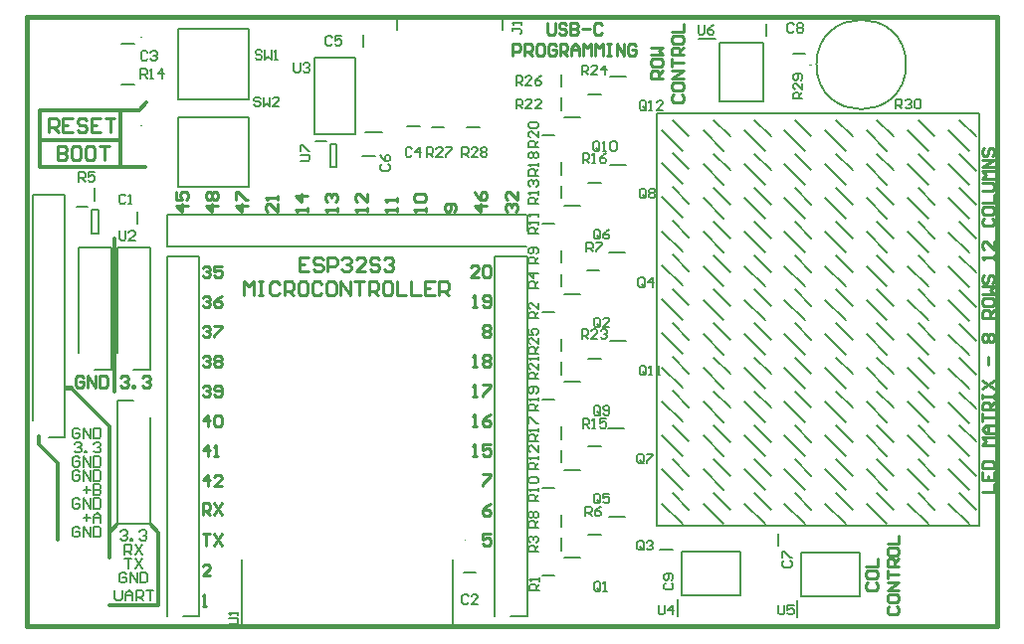
<source format=gto>
G04*
G04 #@! TF.GenerationSoftware,Altium Limited,Altium Designer,25.1.2 (22)*
G04*
G04 Layer_Color=65535*
%FSLAX25Y25*%
%MOIN*%
G70*
G04*
G04 #@! TF.SameCoordinates,9731B79D-0BF3-49C4-8AD9-4CBC44B71680*
G04*
G04*
G04 #@! TF.FilePolarity,Positive*
G04*
G01*
G75*
%ADD10C,0.00394*%
%ADD11C,0.00787*%
%ADD12C,0.01181*%
%ADD13C,0.01575*%
%ADD14C,0.01002*%
%ADD15C,0.01000*%
D10*
X247957Y129528D02*
G03*
X247563Y129528I-197J0D01*
G01*
D02*
G03*
X247957Y129528I197J0D01*
G01*
X363386Y289213D02*
X362992D01*
X363386D01*
X138976Y268701D02*
G03*
X139370Y268701I197J0D01*
G01*
D02*
G03*
X138976Y268701I-197J0D01*
G01*
Y298228D02*
G03*
X139370Y298228I197J0D01*
G01*
D02*
G03*
X138976Y298228I-197J0D01*
G01*
X256520Y275126D02*
G03*
X256520Y275520I0J197D01*
G01*
D02*
G03*
X256520Y275126I0J-197D01*
G01*
D11*
X395315Y289213D02*
G03*
X395315Y289213I-15000J0D01*
G01*
X172760Y100591D02*
Y123228D01*
Y100591D02*
X243626D01*
Y123228D01*
X295768Y137539D02*
X301083D01*
X311811Y272835D02*
X419685D01*
X311811D02*
X311811Y134646D01*
X419685D01*
Y272835D01*
X325787Y297835D02*
X331496D01*
X332874Y276772D02*
Y296457D01*
Y276772D02*
X347441D01*
Y296457D01*
X332874D02*
X347441D01*
X348425Y298721D02*
Y302854D01*
X357382Y292913D02*
X361516D01*
X122539Y240551D02*
X124705D01*
Y232677D02*
Y240551D01*
X122539Y232677D02*
X124705D01*
X122539D02*
Y240551D01*
X117421Y241437D02*
X121161D01*
X123622Y243602D02*
Y247736D01*
X137795Y235728D02*
Y239862D01*
X132579Y296063D02*
X136713D01*
X132579Y282677D02*
X136713D01*
X151575Y248031D02*
Y271654D01*
Y248031D02*
X175197D01*
Y271654D01*
X151575D02*
X175197D01*
X151575Y277559D02*
Y301181D01*
Y277559D02*
X175197D01*
Y301181D01*
X151575D02*
X175197D01*
X213386Y295177D02*
Y299311D01*
X197039Y265937D02*
X210835D01*
X197039D02*
Y291543D01*
X210835D01*
Y265937D02*
Y291543D01*
X214075Y266476D02*
X219783D01*
X202461Y262598D02*
X204626D01*
Y254724D02*
Y262598D01*
X202461Y254724D02*
X204626D01*
X202461D02*
Y262598D01*
X197343Y263484D02*
X201083D01*
X213287Y258661D02*
X217421D01*
X248327Y268110D02*
X252461D01*
X236516D02*
X240650D01*
X228248Y268504D02*
X232382D01*
X279921Y281791D02*
Y285925D01*
X279921Y273917D02*
Y278051D01*
X288878Y279134D02*
X293012D01*
X296161Y285177D02*
X301476D01*
X280807Y271398D02*
X286122D01*
X273524Y265354D02*
X277658D01*
X279921Y252264D02*
Y256398D01*
X288878Y249606D02*
X293012D01*
X279921Y244390D02*
Y248524D01*
X273524Y235827D02*
X277658D01*
X296161Y255650D02*
X301476D01*
X280807Y241870D02*
X286122D01*
X279921Y222736D02*
Y226870D01*
X288484Y220079D02*
X292618D01*
X279921Y214862D02*
Y218996D01*
X273524Y206299D02*
X277658D01*
X260118Y300787D02*
Y305512D01*
X224921D02*
X260118D01*
X224921Y300787D02*
Y305512D01*
X142008Y135197D02*
Y170787D01*
X131220Y135197D02*
X142008D01*
X131220D02*
Y176378D01*
X136614D01*
X131220Y192362D02*
Y227953D01*
X142008D01*
Y186772D02*
Y227953D01*
X136614Y186772D02*
X142008D01*
X295768Y226122D02*
X301083D01*
X280807Y212343D02*
X286122D01*
X279921Y185335D02*
Y189469D01*
Y193209D02*
Y197343D01*
X288878Y190551D02*
X293012D01*
X296161Y196595D02*
X301476D01*
X280807Y182815D02*
X286122D01*
X273524Y176772D02*
X277658D01*
X279921Y163681D02*
Y167815D01*
X288878Y161024D02*
X293012D01*
X295374Y167067D02*
X300689D01*
X280807Y153287D02*
X286122D01*
X279921Y155807D02*
Y159941D01*
X273524Y147244D02*
X277658D01*
X288878Y131496D02*
X293012D01*
X279921Y134153D02*
Y138287D01*
Y126279D02*
Y130413D01*
X280807Y123760D02*
X286122D01*
X273524Y117717D02*
X277658D01*
X360236Y110827D02*
Y125394D01*
X379921D01*
Y110827D02*
Y125394D01*
X360236Y110827D02*
X379921D01*
X358858Y103740D02*
Y109449D01*
X352362Y127854D02*
Y131988D01*
X320099Y111130D02*
Y125697D01*
X339784D01*
Y111130D02*
Y125697D01*
X320099Y111130D02*
X339784D01*
X318721Y104043D02*
Y109752D01*
X312894Y126378D02*
X317028D01*
X247146Y118898D02*
X251279D01*
X147756Y238858D02*
X268256Y238858D01*
X147756Y228071D02*
X268256Y228071D01*
X268347Y233465D02*
Y238858D01*
X147756Y230768D02*
Y236161D01*
Y228071D02*
Y230768D01*
Y236161D02*
Y238858D01*
X158543Y224843D02*
X158543Y104342D01*
X147756Y224843D02*
X147756Y104342D01*
X153150Y104252D02*
X158543D01*
X150453Y224843D02*
X155847D01*
X147756D02*
X150453D01*
X155847D02*
X158543D01*
X268386D02*
X268386Y104342D01*
X257598Y224843D02*
X257598Y104342D01*
X262992Y104252D02*
X268386D01*
X260295Y224843D02*
X265689D01*
X257598D02*
X260295D01*
X265689D02*
X268386D01*
X123622Y186772D02*
X129016D01*
Y227953D01*
X118228D02*
X129016D01*
X118228Y192362D02*
Y227953D01*
X108268Y164331D02*
X113661D01*
X102874Y169921D02*
Y245421D01*
X113661Y164331D02*
Y245421D01*
X102874D02*
X113661D01*
X413129Y270666D02*
X418697Y265098D01*
X409649Y267186D02*
X416539Y260296D01*
X413129Y259248D02*
X418697Y253680D01*
X409649Y255768D02*
X416539Y248878D01*
X413129Y247831D02*
X418697Y242263D01*
X409649Y244351D02*
X416539Y237461D01*
X413129Y236414D02*
X418697Y230846D01*
X409649Y232934D02*
X416539Y226044D01*
X413129Y224996D02*
X418697Y219428D01*
X409649Y221516D02*
X416539Y214626D01*
X413129Y213579D02*
X418697Y208011D01*
X409649Y210099D02*
X416539Y203209D01*
X413129Y202162D02*
X418697Y196594D01*
X409649Y198682D02*
X416539Y191792D01*
X413129Y190744D02*
X418697Y185177D01*
X409649Y187264D02*
X416539Y180374D01*
X413129Y179327D02*
X418697Y173759D01*
X409649Y175847D02*
X416539Y168957D01*
X413129Y168303D02*
X418697Y162736D01*
X409649Y164823D02*
X416539Y157933D01*
X413129Y156886D02*
X418697Y151318D01*
X409649Y153406D02*
X416539Y146516D01*
X413129Y145469D02*
X418697Y139901D01*
X409649Y141989D02*
X416539Y135099D01*
X399350Y270666D02*
X404917Y265098D01*
X395870Y267186D02*
X402760Y260296D01*
X399350Y259284D02*
X404917Y253716D01*
X395870Y255804D02*
X402760Y248914D01*
X399350Y247902D02*
X404917Y242335D01*
X395870Y244423D02*
X402760Y237532D01*
X399350Y236521D02*
X404917Y230953D01*
X395870Y233041D02*
X402760Y226151D01*
X399350Y225139D02*
X404917Y219572D01*
X395870Y221659D02*
X402760Y214769D01*
X399350Y213758D02*
X404917Y208190D01*
X395870Y210278D02*
X402760Y203388D01*
X399350Y202376D02*
X404917Y196809D01*
X395870Y198897D02*
X402760Y192006D01*
X399350Y190995D02*
X404917Y185427D01*
X395870Y187515D02*
X402760Y180625D01*
X399350Y179613D02*
X404917Y174046D01*
X395870Y176133D02*
X402760Y169243D01*
X399350Y168232D02*
X404917Y162664D01*
X395870Y164752D02*
X402760Y157862D01*
X399350Y156850D02*
X404917Y151282D01*
X395870Y153370D02*
X402760Y146480D01*
X399350Y145469D02*
X404917Y139901D01*
X395870Y141989D02*
X402760Y135099D01*
X385570Y270666D02*
X391138Y265098D01*
X382090Y267186D02*
X388981Y260296D01*
X385570Y259284D02*
X391138Y253716D01*
X382090Y255804D02*
X388981Y248914D01*
X385570Y247902D02*
X391138Y242335D01*
X382090Y244423D02*
X388981Y237532D01*
X385570Y236521D02*
X391138Y230953D01*
X382090Y233041D02*
X388981Y226151D01*
X385570Y225139D02*
X391138Y219572D01*
X382090Y221660D02*
X388981Y214769D01*
X385570Y213758D02*
X391138Y208190D01*
X382090Y210278D02*
X388981Y203388D01*
X385570Y202376D02*
X391138Y196809D01*
X382090Y198897D02*
X388981Y192006D01*
X385570Y190995D02*
X391138Y185427D01*
X382090Y187515D02*
X388981Y180625D01*
X385570Y179613D02*
X391138Y174046D01*
X382090Y176133D02*
X388981Y169243D01*
X385570Y168232D02*
X391138Y162664D01*
X382090Y164752D02*
X388981Y157862D01*
X385570Y156850D02*
X391138Y151283D01*
X382090Y153370D02*
X388981Y146480D01*
X385570Y145469D02*
X391138Y139901D01*
X382090Y141989D02*
X388981Y135099D01*
X371791Y270666D02*
X377358Y265098D01*
X368311Y267186D02*
X375201Y260296D01*
X371791Y259284D02*
X377358Y253716D01*
X368311Y255804D02*
X375201Y248914D01*
X371791Y247902D02*
X377358Y242335D01*
X368311Y244423D02*
X375201Y237532D01*
X371791Y236521D02*
X377358Y230953D01*
X368311Y233041D02*
X375201Y226151D01*
X371791Y225139D02*
X377358Y219572D01*
X368311Y221660D02*
X375201Y214769D01*
X371791Y213758D02*
X377358Y208190D01*
X368311Y210278D02*
X375201Y203388D01*
X371791Y202376D02*
X377358Y196809D01*
X368311Y198897D02*
X375201Y192006D01*
X371791Y190995D02*
X377358Y185427D01*
X368311Y187515D02*
X375201Y180625D01*
X371791Y179613D02*
X377358Y174046D01*
X368311Y176133D02*
X375201Y169243D01*
X371791Y168232D02*
X377358Y162664D01*
X368311Y164752D02*
X375201Y157862D01*
X371791Y156850D02*
X377358Y151283D01*
X368311Y153370D02*
X375201Y146480D01*
X371791Y145469D02*
X377358Y139901D01*
X368311Y141989D02*
X375201Y135099D01*
X358011Y270666D02*
X363579Y265098D01*
X354531Y267186D02*
X361421Y260296D01*
X358011Y259284D02*
X363579Y253716D01*
X354531Y255804D02*
X361421Y248914D01*
X358011Y247902D02*
X363579Y242335D01*
X354531Y244423D02*
X361421Y237532D01*
X358011Y236521D02*
X363579Y230953D01*
X354531Y233041D02*
X361421Y226151D01*
X358011Y225139D02*
X363579Y219572D01*
X354531Y221660D02*
X361421Y214769D01*
X358011Y213758D02*
X363579Y208190D01*
X354531Y210278D02*
X361421Y203388D01*
X358011Y202376D02*
X363579Y196809D01*
X354531Y198897D02*
X361421Y192006D01*
X358011Y190995D02*
X363579Y185427D01*
X354531Y187515D02*
X361421Y180625D01*
X358011Y179613D02*
X363579Y174046D01*
X354531Y176133D02*
X361421Y169243D01*
X358011Y168232D02*
X363579Y162664D01*
X354531Y164752D02*
X361421Y157862D01*
X358011Y156850D02*
X363579Y151283D01*
X354531Y153370D02*
X361421Y146480D01*
X358011Y145469D02*
X363579Y139901D01*
X354531Y141989D02*
X361421Y135099D01*
X344625Y270666D02*
X350193Y265098D01*
X341145Y267186D02*
X348036Y260296D01*
X344625Y259284D02*
X350193Y253716D01*
X341145Y255804D02*
X348036Y248914D01*
X344625Y247902D02*
X350193Y242335D01*
X341145Y244423D02*
X348036Y237532D01*
X344625Y236521D02*
X350193Y230953D01*
X341145Y233041D02*
X348036Y226151D01*
X344625Y225139D02*
X350193Y219572D01*
X341145Y221660D02*
X348036Y214769D01*
X344625Y213758D02*
X350193Y208190D01*
X341145Y210278D02*
X348036Y203388D01*
X344625Y202376D02*
X350193Y196809D01*
X341145Y198897D02*
X348036Y192006D01*
X344625Y190995D02*
X350193Y185427D01*
X341145Y187515D02*
X348036Y180625D01*
X344625Y179613D02*
X350193Y174046D01*
X341145Y176133D02*
X348036Y169243D01*
X344625Y168232D02*
X350193Y162664D01*
X341145Y164752D02*
X348036Y157862D01*
X344625Y156850D02*
X350193Y151283D01*
X341145Y153370D02*
X348036Y146480D01*
X344625Y145469D02*
X350193Y139901D01*
X341145Y141989D02*
X348036Y135099D01*
X330846Y270666D02*
X336414Y265098D01*
X327366Y267186D02*
X334256Y260296D01*
X330846Y259284D02*
X336414Y253716D01*
X327366Y255804D02*
X334256Y248914D01*
X330846Y247902D02*
X336414Y242335D01*
X327366Y244423D02*
X334256Y237532D01*
X330846Y236521D02*
X336414Y230953D01*
X327366Y233041D02*
X334256Y226151D01*
X330846Y225139D02*
X336414Y219572D01*
X327366Y221660D02*
X334256Y214769D01*
X330846Y213758D02*
X336414Y208190D01*
X327366Y210278D02*
X334256Y203388D01*
X330846Y202376D02*
X336414Y196809D01*
X327366Y198897D02*
X334256Y192006D01*
X330846Y190995D02*
X336414Y185427D01*
X327366Y187515D02*
X334256Y180625D01*
X330846Y179613D02*
X336414Y174046D01*
X327366Y176133D02*
X334256Y169243D01*
X330846Y168232D02*
X336414Y162664D01*
X327366Y164752D02*
X334256Y157862D01*
X330846Y156850D02*
X336414Y151283D01*
X327366Y153370D02*
X334256Y146480D01*
X330846Y145469D02*
X336414Y139901D01*
X327366Y141989D02*
X334256Y135099D01*
X317066Y270666D02*
X322634Y265098D01*
X313586Y267186D02*
X320477Y260296D01*
X317066Y259642D02*
X322634Y254074D01*
X313586Y256162D02*
X320477Y249272D01*
X317066Y248225D02*
X322634Y242657D01*
X313586Y244745D02*
X320477Y237855D01*
X317066Y236807D02*
X322634Y231240D01*
X313586Y233327D02*
X320477Y226437D01*
X317066Y225390D02*
X322634Y219822D01*
X313586Y221910D02*
X320477Y215020D01*
X317066Y213973D02*
X322634Y208405D01*
X313586Y210493D02*
X320477Y203603D01*
X317066Y202555D02*
X322634Y196987D01*
X313586Y199075D02*
X320477Y192185D01*
X317066Y191138D02*
X322634Y185570D01*
X313586Y187658D02*
X320477Y180768D01*
X317066Y179721D02*
X322634Y174153D01*
X313586Y176241D02*
X320477Y169351D01*
X317066Y156886D02*
X322634Y151318D01*
X313586Y153406D02*
X320477Y146516D01*
X317066Y145469D02*
X322634Y139901D01*
X313586Y141989D02*
X320477Y135099D01*
X317066Y168303D02*
X322634Y162736D01*
X313586Y164823D02*
X320477Y157933D01*
X130319Y112991D02*
Y110039D01*
X130910Y109449D01*
X132090D01*
X132681Y110039D01*
Y112991D01*
X133861Y109449D02*
Y111810D01*
X135042Y112991D01*
X136223Y111810D01*
Y109449D01*
Y111220D01*
X133861D01*
X137404Y109449D02*
Y112991D01*
X139175D01*
X139765Y112401D01*
Y111220D01*
X139175Y110629D01*
X137404D01*
X138584D02*
X139765Y109449D01*
X140946Y112991D02*
X143307D01*
X142126D01*
Y109449D01*
X132089Y132479D02*
X132680Y133070D01*
X133861D01*
X134451Y132479D01*
Y131889D01*
X133861Y131299D01*
X133270D01*
X133861D01*
X134451Y130708D01*
Y130118D01*
X133861Y129527D01*
X132680D01*
X132089Y130118D01*
X135632Y129527D02*
Y130118D01*
X136222D01*
Y129527D01*
X135632D01*
X138583Y132479D02*
X139174Y133070D01*
X140355D01*
X140945Y132479D01*
Y131889D01*
X140355Y131299D01*
X139764D01*
X140355D01*
X140945Y130708D01*
Y130118D01*
X140355Y129527D01*
X139174D01*
X138583Y130118D01*
X134157Y118306D02*
X133566Y118896D01*
X132386D01*
X131796Y118306D01*
Y115945D01*
X132386Y115354D01*
X133566D01*
X134157Y115945D01*
Y117125D01*
X132976D01*
X135338Y115354D02*
Y118896D01*
X137699Y115354D01*
Y118896D01*
X138880D02*
Y115354D01*
X140651D01*
X141241Y115945D01*
Y118306D01*
X140651Y118896D01*
X138880D01*
X133566Y123621D02*
X135928D01*
X134747D01*
Y120079D01*
X137109Y123621D02*
X139470Y120079D01*
Y123621D02*
X137109Y120079D01*
X133566Y124803D02*
Y128345D01*
X135338D01*
X135928Y127755D01*
Y126574D01*
X135338Y125984D01*
X133566D01*
X134747D02*
X135928Y124803D01*
X137109Y128345D02*
X139470Y124803D01*
Y128345D02*
X137109Y124803D01*
X116735Y162007D02*
X117325Y162597D01*
X118506D01*
X119097Y162007D01*
Y161417D01*
X118506Y160826D01*
X117916D01*
X118506D01*
X119097Y160236D01*
Y159645D01*
X118506Y159055D01*
X117325D01*
X116735Y159645D01*
X120277Y159055D02*
Y159645D01*
X120868D01*
Y159055D01*
X120277D01*
X123229Y162007D02*
X123819Y162597D01*
X125000D01*
X125591Y162007D01*
Y161417D01*
X125000Y160826D01*
X124410D01*
X125000D01*
X125591Y160236D01*
Y159645D01*
X125000Y159055D01*
X123819D01*
X123229Y159645D01*
X119687Y137204D02*
X122048D01*
X120868Y138385D02*
Y136023D01*
X123229Y135433D02*
Y137794D01*
X124410Y138975D01*
X125591Y137794D01*
Y135433D01*
Y137204D01*
X123229D01*
X118506Y166731D02*
X117916Y167322D01*
X116735D01*
X116145Y166731D01*
Y164370D01*
X116735Y163779D01*
X117916D01*
X118506Y164370D01*
Y165551D01*
X117325D01*
X119687Y163779D02*
Y167322D01*
X122048Y163779D01*
Y167322D01*
X123229D02*
Y163779D01*
X125000D01*
X125591Y164370D01*
Y166731D01*
X125000Y167322D01*
X123229D01*
X118506Y157282D02*
X117916Y157873D01*
X116735D01*
X116145Y157282D01*
Y154921D01*
X116735Y154331D01*
X117916D01*
X118506Y154921D01*
Y156102D01*
X117325D01*
X119687Y154331D02*
Y157873D01*
X122048Y154331D01*
Y157873D01*
X123229D02*
Y154331D01*
X125000D01*
X125591Y154921D01*
Y157282D01*
X125000Y157873D01*
X123229D01*
X118506Y152558D02*
X117916Y153148D01*
X116735D01*
X116145Y152558D01*
Y150197D01*
X116735Y149606D01*
X117916D01*
X118506Y150197D01*
Y151377D01*
X117325D01*
X119687Y149606D02*
Y153148D01*
X122048Y149606D01*
Y153148D01*
X123229D02*
Y149606D01*
X125000D01*
X125591Y150197D01*
Y152558D01*
X125000Y153148D01*
X123229D01*
X118506Y143109D02*
X117916Y143700D01*
X116735D01*
X116145Y143109D01*
Y140748D01*
X116735Y140157D01*
X117916D01*
X118506Y140748D01*
Y141929D01*
X117325D01*
X119687Y140157D02*
Y143700D01*
X122048Y140157D01*
Y143700D01*
X123229D02*
Y140157D01*
X125000D01*
X125591Y140748D01*
Y143109D01*
X125000Y143700D01*
X123229D01*
X119687Y146653D02*
X122048D01*
X120868Y147834D02*
Y145472D01*
X123229Y148424D02*
Y144882D01*
X125000D01*
X125591Y145472D01*
Y146063D01*
X125000Y146653D01*
X123229D01*
X125000D01*
X125591Y147243D01*
Y147834D01*
X125000Y148424D01*
X123229D01*
X118506Y133660D02*
X117916Y134251D01*
X116735D01*
X116145Y133660D01*
Y131299D01*
X116735Y130709D01*
X117916D01*
X118506Y131299D01*
Y132480D01*
X117325D01*
X119687Y130709D02*
Y134251D01*
X122048Y130709D01*
Y134251D01*
X123229D02*
Y130709D01*
X125000D01*
X125591Y131299D01*
Y133660D01*
X125000Y134251D01*
X123229D01*
X118242Y250001D02*
Y253149D01*
X119817D01*
X120341Y252624D01*
Y251575D01*
X119817Y251050D01*
X118242D01*
X119292D02*
X120341Y250001D01*
X123490Y253149D02*
X121391D01*
Y251575D01*
X122440Y252100D01*
X122965D01*
X123490Y251575D01*
Y250525D01*
X122965Y250001D01*
X121916D01*
X121391Y250525D01*
X192500Y256915D02*
X195124D01*
X195649Y257440D01*
Y258490D01*
X195124Y259015D01*
X192500D01*
Y260064D02*
Y262163D01*
X193025D01*
X195124Y260064D01*
X195649D01*
X325723Y302362D02*
Y299738D01*
X326247Y299213D01*
X327297D01*
X327822Y299738D01*
Y302362D01*
X330970D02*
X329921Y301837D01*
X328871Y300787D01*
Y299738D01*
X329396Y299213D01*
X330446D01*
X330970Y299738D01*
Y300263D01*
X330446Y300787D01*
X328871D01*
X352494Y107873D02*
Y105250D01*
X353019Y104725D01*
X354069D01*
X354593Y105250D01*
Y107873D01*
X357742D02*
X355643D01*
Y106299D01*
X356692Y106824D01*
X357217D01*
X357742Y106299D01*
Y105250D01*
X357217Y104725D01*
X356168D01*
X355643Y105250D01*
X312337Y107873D02*
Y105250D01*
X312862Y104725D01*
X313911D01*
X314436Y105250D01*
Y107873D01*
X317060Y104725D02*
Y107873D01*
X315485Y106299D01*
X317584D01*
X190290Y289763D02*
Y287140D01*
X190814Y286615D01*
X191864D01*
X192389Y287140D01*
Y289763D01*
X193438Y289239D02*
X193963Y289763D01*
X195012D01*
X195537Y289239D01*
Y288714D01*
X195012Y288189D01*
X194488D01*
X195012D01*
X195537Y287664D01*
Y287140D01*
X195012Y286615D01*
X193963D01*
X193438Y287140D01*
X131825Y233388D02*
Y230764D01*
X132350Y230240D01*
X133399D01*
X133924Y230764D01*
Y233388D01*
X137073Y230240D02*
X134974D01*
X137073Y232339D01*
Y232863D01*
X136548Y233388D01*
X135498D01*
X134974Y232863D01*
X168504Y101444D02*
X171128D01*
X171653Y101969D01*
Y103019D01*
X171128Y103543D01*
X168504D01*
X171653Y104593D02*
Y105642D01*
Y105118D01*
X168504D01*
X169029Y104593D01*
X179003Y277821D02*
X178479Y278346D01*
X177429D01*
X176904Y277821D01*
Y277296D01*
X177429Y276772D01*
X178479D01*
X179003Y276247D01*
Y275722D01*
X178479Y275197D01*
X177429D01*
X176904Y275722D01*
X180053Y278346D02*
Y275197D01*
X181102Y276247D01*
X182152Y275197D01*
Y278346D01*
X185301Y275197D02*
X183201D01*
X185301Y277296D01*
Y277821D01*
X184776Y278346D01*
X183726D01*
X183201Y277821D01*
X179528Y293569D02*
X179003Y294094D01*
X177954D01*
X177429Y293569D01*
Y293044D01*
X177954Y292520D01*
X179003D01*
X179528Y291995D01*
Y291470D01*
X179003Y290945D01*
X177954D01*
X177429Y291470D01*
X180578Y294094D02*
Y290945D01*
X181627Y291995D01*
X182677Y290945D01*
Y294094D01*
X183726Y290945D02*
X184776D01*
X184251D01*
Y294094D01*
X183726Y293569D01*
X138978Y284646D02*
Y287795D01*
X140552D01*
X141077Y287270D01*
Y286221D01*
X140552Y285696D01*
X138978D01*
X140027D02*
X141077Y284646D01*
X142126D02*
X143176D01*
X142651D01*
Y287795D01*
X142126Y287270D01*
X146324Y284646D02*
Y287795D01*
X144750Y286221D01*
X146849D01*
X391852Y274422D02*
Y277571D01*
X393427D01*
X393952Y277046D01*
Y275997D01*
X393427Y275472D01*
X391852D01*
X392902D02*
X393952Y274422D01*
X395001Y277046D02*
X395526Y277571D01*
X396575D01*
X397100Y277046D01*
Y276521D01*
X396575Y275997D01*
X396051D01*
X396575D01*
X397100Y275472D01*
Y274947D01*
X396575Y274422D01*
X395526D01*
X395001Y274947D01*
X398150Y277046D02*
X398675Y277571D01*
X399724D01*
X400249Y277046D01*
Y274947D01*
X399724Y274422D01*
X398675D01*
X398150Y274947D01*
Y277046D01*
X360629Y277692D02*
X357481D01*
Y279266D01*
X358006Y279791D01*
X359055D01*
X359580Y279266D01*
Y277692D01*
Y278741D02*
X360629Y279791D01*
Y282939D02*
Y280840D01*
X358530Y282939D01*
X358006D01*
X357481Y282415D01*
Y281365D01*
X358006Y280840D01*
X360105Y283989D02*
X360629Y284514D01*
Y285563D01*
X360105Y286088D01*
X358006D01*
X357481Y285563D01*
Y284514D01*
X358006Y283989D01*
X358530D01*
X359055Y284514D01*
Y286088D01*
X246589Y258268D02*
Y261417D01*
X248164D01*
X248688Y260892D01*
Y259842D01*
X248164Y259318D01*
X246589D01*
X247639D02*
X248688Y258268D01*
X251837D02*
X249738D01*
X251837Y260367D01*
Y260892D01*
X251312Y261417D01*
X250263D01*
X249738Y260892D01*
X252887D02*
X253411Y261417D01*
X254461D01*
X254985Y260892D01*
Y260367D01*
X254461Y259842D01*
X254985Y259318D01*
Y258793D01*
X254461Y258268D01*
X253411D01*
X252887Y258793D01*
Y259318D01*
X253411Y259842D01*
X252887Y260367D01*
Y260892D01*
X253411Y259842D02*
X254461D01*
X234778Y258268D02*
Y261417D01*
X236353D01*
X236877Y260892D01*
Y259842D01*
X236353Y259318D01*
X234778D01*
X235828D02*
X236877Y258268D01*
X240026D02*
X237927D01*
X240026Y260367D01*
Y260892D01*
X239501Y261417D01*
X238452D01*
X237927Y260892D01*
X241075Y261417D02*
X243175D01*
Y260892D01*
X241075Y258793D01*
Y258268D01*
X264700Y282284D02*
Y285433D01*
X266274D01*
X266799Y284908D01*
Y283858D01*
X266274Y283333D01*
X264700D01*
X265749D02*
X266799Y282284D01*
X269947D02*
X267848D01*
X269947Y284383D01*
Y284908D01*
X269422Y285433D01*
X268373D01*
X267848Y284908D01*
X273096Y285433D02*
X272046Y284908D01*
X270997Y283858D01*
Y282809D01*
X271521Y282284D01*
X272571D01*
X273096Y282809D01*
Y283333D01*
X272571Y283858D01*
X270997D01*
X272047Y192259D02*
X268898D01*
Y193833D01*
X269423Y194358D01*
X270472D01*
X270997Y193833D01*
Y192259D01*
Y193308D02*
X272047Y194358D01*
Y197506D02*
Y195407D01*
X269948Y197506D01*
X269423D01*
X268898Y196982D01*
Y195932D01*
X269423Y195407D01*
X268898Y200655D02*
Y198556D01*
X270472D01*
X269948Y199605D01*
Y200130D01*
X270472Y200655D01*
X271522D01*
X272047Y200130D01*
Y199081D01*
X271522Y198556D01*
X286747Y285827D02*
Y288976D01*
X288321D01*
X288846Y288451D01*
Y287402D01*
X288321Y286877D01*
X286747D01*
X287796D02*
X288846Y285827D01*
X291994D02*
X289895D01*
X291994Y287926D01*
Y288451D01*
X291470Y288976D01*
X290420D01*
X289895Y288451D01*
X294618Y285827D02*
Y288976D01*
X293044Y287402D01*
X295143D01*
X286747Y197245D02*
Y200393D01*
X288321D01*
X288846Y199868D01*
Y198819D01*
X288321Y198294D01*
X286747D01*
X287796D02*
X288846Y197245D01*
X291994D02*
X289895D01*
X291994Y199344D01*
Y199868D01*
X291470Y200393D01*
X290420D01*
X289895Y199868D01*
X293044D02*
X293569Y200393D01*
X294618D01*
X295143Y199868D01*
Y199344D01*
X294618Y198819D01*
X294093D01*
X294618D01*
X295143Y198294D01*
Y197769D01*
X294618Y197245D01*
X293569D01*
X293044Y197769D01*
X264700Y274410D02*
Y277559D01*
X266274D01*
X266799Y277034D01*
Y275984D01*
X266274Y275460D01*
X264700D01*
X265749D02*
X266799Y274410D01*
X269947D02*
X267848D01*
X269947Y276509D01*
Y277034D01*
X269422Y277559D01*
X268373D01*
X267848Y277034D01*
X273096Y274410D02*
X270997D01*
X273096Y276509D01*
Y277034D01*
X272571Y277559D01*
X271521D01*
X270997Y277034D01*
X272047Y183728D02*
X268898D01*
Y185302D01*
X269423Y185827D01*
X270472D01*
X270997Y185302D01*
Y183728D01*
Y184778D02*
X272047Y185827D01*
Y188976D02*
Y186877D01*
X269948Y188976D01*
X269423D01*
X268898Y188451D01*
Y187402D01*
X269423Y186877D01*
X272047Y190025D02*
Y191075D01*
Y190550D01*
X268898D01*
X269423Y190025D01*
X272047Y261550D02*
X268898D01*
Y263124D01*
X269423Y263649D01*
X270472D01*
X270997Y263124D01*
Y261550D01*
Y262599D02*
X272047Y263649D01*
Y266798D02*
Y264699D01*
X269948Y266798D01*
X269423D01*
X268898Y266273D01*
Y265223D01*
X269423Y264699D01*
Y267847D02*
X268898Y268372D01*
Y269421D01*
X269423Y269946D01*
X271522D01*
X272047Y269421D01*
Y268372D01*
X271522Y267847D01*
X269423D01*
X272047Y173230D02*
X268898D01*
Y174804D01*
X269423Y175329D01*
X270472D01*
X270997Y174804D01*
Y173230D01*
Y174279D02*
X272047Y175329D01*
Y176378D02*
Y177428D01*
Y176903D01*
X268898D01*
X269423Y176378D01*
X271522Y179002D02*
X272047Y179527D01*
Y180576D01*
X271522Y181101D01*
X269423D01*
X268898Y180576D01*
Y179527D01*
X269423Y179002D01*
X269948D01*
X270472Y179527D01*
Y181101D01*
X272047Y251970D02*
X268898D01*
Y253544D01*
X269423Y254069D01*
X270472D01*
X270997Y253544D01*
Y251970D01*
Y253019D02*
X272047Y254069D01*
Y255118D02*
Y256168D01*
Y255643D01*
X268898D01*
X269423Y255118D01*
Y257742D02*
X268898Y258267D01*
Y259316D01*
X269423Y259841D01*
X269948D01*
X270472Y259316D01*
X270997Y259841D01*
X271522D01*
X272047Y259316D01*
Y258267D01*
X271522Y257742D01*
X270997D01*
X270472Y258267D01*
X269948Y257742D01*
X269423D01*
X270472Y258267D02*
Y259316D01*
X272047Y162993D02*
X268898D01*
Y164568D01*
X269423Y165093D01*
X270472D01*
X270997Y164568D01*
Y162993D01*
Y164043D02*
X272047Y165093D01*
Y166142D02*
Y167192D01*
Y166667D01*
X268898D01*
X269423Y166142D01*
X268898Y168766D02*
Y170865D01*
X269423D01*
X271522Y168766D01*
X272047D01*
X287009Y256300D02*
Y259448D01*
X288583D01*
X289108Y258924D01*
Y257874D01*
X288583Y257349D01*
X287009D01*
X288059D02*
X289108Y256300D01*
X290158D02*
X291207D01*
X290683D01*
Y259448D01*
X290158Y258924D01*
X294881Y259448D02*
X293831Y258924D01*
X292782Y257874D01*
Y256824D01*
X293306Y256300D01*
X294356D01*
X294881Y256824D01*
Y257349D01*
X294356Y257874D01*
X292782D01*
X287009Y167323D02*
Y170472D01*
X288583D01*
X289108Y169947D01*
Y168898D01*
X288583Y168373D01*
X287009D01*
X288059D02*
X289108Y167323D01*
X290158D02*
X291207D01*
X290683D01*
Y170472D01*
X290158Y169947D01*
X294881Y170472D02*
X292782D01*
Y168898D01*
X293831Y169422D01*
X294356D01*
X294881Y168898D01*
Y167848D01*
X294356Y167323D01*
X293306D01*
X292782Y167848D01*
X272047Y242521D02*
X268898D01*
Y244095D01*
X269423Y244620D01*
X270472D01*
X270997Y244095D01*
Y242521D01*
Y243570D02*
X272047Y244620D01*
Y245670D02*
Y246719D01*
Y246194D01*
X268898D01*
X269423Y245670D01*
Y248293D02*
X268898Y248818D01*
Y249868D01*
X269423Y250392D01*
X269948D01*
X270472Y249868D01*
Y249343D01*
Y249868D01*
X270997Y250392D01*
X271522D01*
X272047Y249868D01*
Y248818D01*
X271522Y248293D01*
X272047Y153545D02*
X268898D01*
Y155119D01*
X269423Y155644D01*
X270472D01*
X270997Y155119D01*
Y153545D01*
Y154594D02*
X272047Y155644D01*
Y156693D02*
Y157743D01*
Y157218D01*
X268898D01*
X269423Y156693D01*
X272047Y161416D02*
Y159317D01*
X269948Y161416D01*
X269423D01*
X268898Y160891D01*
Y159842D01*
X269423Y159317D01*
X272047Y232416D02*
X268898D01*
Y233990D01*
X269423Y234515D01*
X270472D01*
X270997Y233990D01*
Y232416D01*
Y233465D02*
X272047Y234515D01*
Y235564D02*
Y236614D01*
Y236089D01*
X268898D01*
X269423Y235564D01*
X272047Y238188D02*
Y239238D01*
Y238713D01*
X268898D01*
X269423Y238188D01*
X272047Y142915D02*
X268898D01*
Y144489D01*
X269423Y145014D01*
X270472D01*
X270997Y144489D01*
Y142915D01*
Y143964D02*
X272047Y145014D01*
Y146063D02*
Y147113D01*
Y146588D01*
X268898D01*
X269423Y146063D01*
Y148687D02*
X268898Y149212D01*
Y150261D01*
X269423Y150786D01*
X271522D01*
X272047Y150261D01*
Y149212D01*
X271522Y148687D01*
X269423D01*
X272047Y222573D02*
X268898D01*
Y224147D01*
X269423Y224672D01*
X270472D01*
X270997Y224147D01*
Y222573D01*
Y223623D02*
X272047Y224672D01*
X271522Y225722D02*
X272047Y226246D01*
Y227296D01*
X271522Y227821D01*
X269423D01*
X268898Y227296D01*
Y226246D01*
X269423Y225722D01*
X269948D01*
X270472Y226246D01*
Y227821D01*
X272047Y133990D02*
X268898D01*
Y135565D01*
X269423Y136089D01*
X270472D01*
X270997Y135565D01*
Y133990D01*
Y135040D02*
X272047Y136089D01*
X269423Y137139D02*
X268898Y137664D01*
Y138713D01*
X269423Y139238D01*
X269948D01*
X270472Y138713D01*
X270997Y139238D01*
X271522D01*
X272047Y138713D01*
Y137664D01*
X271522Y137139D01*
X270997D01*
X270472Y137664D01*
X269948Y137139D01*
X269423D01*
X270472Y137664D02*
Y138713D01*
X288321Y226378D02*
Y229527D01*
X289895D01*
X290420Y229002D01*
Y227953D01*
X289895Y227428D01*
X288321D01*
X289371D02*
X290420Y226378D01*
X291470Y229527D02*
X293569D01*
Y229002D01*
X291470Y226903D01*
Y226378D01*
X287927Y137796D02*
Y140944D01*
X289502D01*
X290026Y140420D01*
Y139370D01*
X289502Y138845D01*
X287927D01*
X288977D02*
X290026Y137796D01*
X293175Y140944D02*
X292126Y140420D01*
X291076Y139370D01*
Y138321D01*
X291601Y137796D01*
X292650D01*
X293175Y138321D01*
Y138845D01*
X292650Y139370D01*
X291076D01*
X272047Y214305D02*
X268898D01*
Y215880D01*
X269423Y216404D01*
X270472D01*
X270997Y215880D01*
Y214305D01*
Y215355D02*
X272047Y216404D01*
Y219028D02*
X268898D01*
X270472Y217454D01*
Y219553D01*
X272047Y125723D02*
X268898D01*
Y127297D01*
X269423Y127822D01*
X270472D01*
X270997Y127297D01*
Y125723D01*
Y126772D02*
X272047Y127822D01*
X269423Y128871D02*
X268898Y129396D01*
Y130446D01*
X269423Y130970D01*
X269948D01*
X270472Y130446D01*
Y129921D01*
Y130446D01*
X270997Y130970D01*
X271522D01*
X272047Y130446D01*
Y129396D01*
X271522Y128871D01*
X272047Y204069D02*
X268898D01*
Y205643D01*
X269423Y206168D01*
X270472D01*
X270997Y205643D01*
Y204069D01*
Y205119D02*
X272047Y206168D01*
Y209317D02*
Y207218D01*
X269948Y209317D01*
X269423D01*
X268898Y208792D01*
Y207743D01*
X269423Y207218D01*
X272440Y112862D02*
X269292D01*
Y114436D01*
X269817Y114961D01*
X270866D01*
X271391Y114436D01*
Y112862D01*
Y113911D02*
X272440Y114961D01*
Y116010D02*
Y117060D01*
Y116535D01*
X269292D01*
X269817Y116010D01*
X308203Y274541D02*
Y276640D01*
X307678Y277165D01*
X306628D01*
X306104Y276640D01*
Y274541D01*
X306628Y274016D01*
X307678D01*
X307153Y275066D02*
X308203Y274016D01*
X307678D02*
X308203Y274541D01*
X309252Y274016D02*
X310302D01*
X309777D01*
Y277165D01*
X309252Y276640D01*
X313975Y274016D02*
X311876D01*
X313975Y276115D01*
Y276640D01*
X313450Y277165D01*
X312401D01*
X311876Y276640D01*
X308137Y185565D02*
Y187664D01*
X307612Y188189D01*
X306563D01*
X306038Y187664D01*
Y185565D01*
X306563Y185040D01*
X307612D01*
X307087Y186089D02*
X308137Y185040D01*
X307612D02*
X308137Y185565D01*
X309186Y185040D02*
X310236D01*
X309711D01*
Y188189D01*
X309186Y187664D01*
X311810Y185040D02*
X312860D01*
X312335D01*
Y188189D01*
X311810Y187664D01*
X292652Y260761D02*
Y262861D01*
X292127Y263385D01*
X291077D01*
X290552Y262861D01*
Y260761D01*
X291077Y260237D01*
X292127D01*
X291602Y261286D02*
X292652Y260237D01*
X292127D02*
X292652Y260761D01*
X293701Y260237D02*
X294751D01*
X294226D01*
Y263385D01*
X293701Y262861D01*
X296325D02*
X296850Y263385D01*
X297899D01*
X298424Y262861D01*
Y260761D01*
X297899Y260237D01*
X296850D01*
X296325Y260761D01*
Y262861D01*
X292782Y172179D02*
Y174278D01*
X292258Y174803D01*
X291208D01*
X290683Y174278D01*
Y172179D01*
X291208Y171654D01*
X292258D01*
X291733Y172704D02*
X292782Y171654D01*
X292258D02*
X292782Y172179D01*
X293832D02*
X294357Y171654D01*
X295406D01*
X295931Y172179D01*
Y174278D01*
X295406Y174803D01*
X294357D01*
X293832Y174278D01*
Y173753D01*
X294357Y173228D01*
X295931D01*
X308137Y245013D02*
Y247112D01*
X307612Y247637D01*
X306562D01*
X306038Y247112D01*
Y245013D01*
X306562Y244489D01*
X307612D01*
X307087Y245538D02*
X308137Y244489D01*
X307612D02*
X308137Y245013D01*
X309186Y247112D02*
X309711Y247637D01*
X310760D01*
X311285Y247112D01*
Y246588D01*
X310760Y246063D01*
X311285Y245538D01*
Y245013D01*
X310760Y244489D01*
X309711D01*
X309186Y245013D01*
Y245538D01*
X309711Y246063D01*
X309186Y246588D01*
Y247112D01*
X309711Y246063D02*
X310760D01*
X307349Y156037D02*
Y158136D01*
X306824Y158661D01*
X305775D01*
X305250Y158136D01*
Y156037D01*
X305775Y155512D01*
X306824D01*
X306300Y156562D02*
X307349Y155512D01*
X306824D02*
X307349Y156037D01*
X308399Y158661D02*
X310498D01*
Y158136D01*
X308399Y156037D01*
Y155512D01*
X292782Y231234D02*
Y233333D01*
X292258Y233858D01*
X291208D01*
X290683Y233333D01*
Y231234D01*
X291208Y230709D01*
X292258D01*
X291733Y231759D02*
X292782Y230709D01*
X292258D02*
X292782Y231234D01*
X295931Y233858D02*
X294881Y233333D01*
X293832Y232283D01*
Y231234D01*
X294357Y230709D01*
X295406D01*
X295931Y231234D01*
Y231759D01*
X295406Y232283D01*
X293832D01*
X292782Y142651D02*
Y144750D01*
X292258Y145275D01*
X291208D01*
X290683Y144750D01*
Y142651D01*
X291208Y142127D01*
X292258D01*
X291733Y143176D02*
X292782Y142127D01*
X292258D02*
X292782Y142651D01*
X295931Y145275D02*
X293832D01*
Y143701D01*
X294881Y144226D01*
X295406D01*
X295931Y143701D01*
Y142651D01*
X295406Y142127D01*
X294357D01*
X293832Y142651D01*
X307743Y215092D02*
Y217191D01*
X307218Y217716D01*
X306169D01*
X305644Y217191D01*
Y215092D01*
X306169Y214567D01*
X307218D01*
X306693Y215617D02*
X307743Y214567D01*
X307218D02*
X307743Y215092D01*
X310367Y214567D02*
Y217716D01*
X308792Y216142D01*
X310892D01*
X307349Y126903D02*
Y129002D01*
X306824Y129527D01*
X305775D01*
X305250Y129002D01*
Y126903D01*
X305775Y126379D01*
X306824D01*
X306300Y127428D02*
X307349Y126379D01*
X306824D02*
X307349Y126903D01*
X308399Y129002D02*
X308924Y129527D01*
X309973D01*
X310498Y129002D01*
Y128478D01*
X309973Y127953D01*
X309448D01*
X309973D01*
X310498Y127428D01*
Y126903D01*
X309973Y126379D01*
X308924D01*
X308399Y126903D01*
X292782Y201706D02*
Y203805D01*
X292258Y204330D01*
X291208D01*
X290683Y203805D01*
Y201706D01*
X291208Y201182D01*
X292258D01*
X291733Y202231D02*
X292782Y201182D01*
X292258D02*
X292782Y201706D01*
X295931Y201182D02*
X293832D01*
X295931Y203281D01*
Y203805D01*
X295406Y204330D01*
X294357D01*
X293832Y203805D01*
X292913Y113124D02*
Y115223D01*
X292389Y115747D01*
X291339D01*
X290814Y115223D01*
Y113124D01*
X291339Y112599D01*
X292389D01*
X291864Y113648D02*
X292913Y112599D01*
X292389D02*
X292913Y113124D01*
X293963Y112599D02*
X295012D01*
X294488D01*
Y115747D01*
X293963Y115223D01*
X263386Y301575D02*
Y300525D01*
Y301050D01*
X266010D01*
X266535Y300525D01*
Y300001D01*
X266010Y299476D01*
X266535Y302624D02*
Y303674D01*
Y303149D01*
X263386D01*
X263911Y302624D01*
X314699Y115223D02*
X314174Y114699D01*
Y113649D01*
X314699Y113124D01*
X316798D01*
X317322Y113649D01*
Y114699D01*
X316798Y115223D01*
Y116273D02*
X317322Y116798D01*
Y117847D01*
X316798Y118372D01*
X314699D01*
X314174Y117847D01*
Y116798D01*
X314699Y116273D01*
X315223D01*
X315748Y116798D01*
Y118372D01*
X357743Y302624D02*
X357218Y303149D01*
X356169D01*
X355644Y302624D01*
Y300525D01*
X356169Y300001D01*
X357218D01*
X357743Y300525D01*
X358792Y302624D02*
X359317Y303149D01*
X360367D01*
X360892Y302624D01*
Y302100D01*
X360367Y301575D01*
X360892Y301050D01*
Y300525D01*
X360367Y300001D01*
X359317D01*
X358792Y300525D01*
Y301050D01*
X359317Y301575D01*
X358792Y302100D01*
Y302624D01*
X359317Y301575D02*
X360367D01*
X354462Y122704D02*
X353938Y122179D01*
Y121129D01*
X354462Y120605D01*
X356561D01*
X357086Y121129D01*
Y122179D01*
X356561Y122704D01*
X353938Y123753D02*
Y125852D01*
X354462D01*
X356561Y123753D01*
X357086D01*
X219817Y255774D02*
X219292Y255250D01*
Y254200D01*
X219817Y253675D01*
X221916D01*
X222440Y254200D01*
Y255250D01*
X221916Y255774D01*
X219292Y258923D02*
X219817Y257874D01*
X220866Y256824D01*
X221916D01*
X222440Y257349D01*
Y258398D01*
X221916Y258923D01*
X221391D01*
X220866Y258398D01*
Y256824D01*
X203019Y298294D02*
X202494Y298818D01*
X201444D01*
X200920Y298294D01*
Y296195D01*
X201444Y295670D01*
X202494D01*
X203019Y296195D01*
X206167Y298818D02*
X204068D01*
Y297244D01*
X205118Y297769D01*
X205642D01*
X206167Y297244D01*
Y296195D01*
X205642Y295670D01*
X204593D01*
X204068Y296195D01*
X229790Y260892D02*
X229265Y261417D01*
X228216D01*
X227691Y260892D01*
Y258793D01*
X228216Y258268D01*
X229265D01*
X229790Y258793D01*
X232414Y258268D02*
Y261417D01*
X230840Y259842D01*
X232939D01*
X141208Y293176D02*
X140683Y293700D01*
X139633D01*
X139109Y293176D01*
Y291076D01*
X139633Y290552D01*
X140683D01*
X141208Y291076D01*
X142257Y293176D02*
X142782Y293700D01*
X143831D01*
X144356Y293176D01*
Y292651D01*
X143831Y292126D01*
X143307D01*
X143831D01*
X144356Y291601D01*
Y291076D01*
X143831Y290552D01*
X142782D01*
X142257Y291076D01*
X248688Y110892D02*
X248163Y111417D01*
X247113D01*
X246589Y110892D01*
Y108793D01*
X247113Y108268D01*
X248163D01*
X248688Y108793D01*
X251836Y108268D02*
X249737D01*
X251836Y110367D01*
Y110892D01*
X251312Y111417D01*
X250262D01*
X249737Y110892D01*
X133858Y245144D02*
X133334Y245669D01*
X132284D01*
X131759Y245144D01*
Y243045D01*
X132284Y242520D01*
X133334D01*
X133858Y243045D01*
X134908Y242520D02*
X135957D01*
X135433D01*
Y245669D01*
X134908Y245144D01*
D12*
X128347Y107874D02*
X144882D01*
Y132283D01*
X142008Y135158D02*
X144882Y132283D01*
X128347Y124016D02*
Y132323D01*
X131220Y135197D01*
X111024Y129921D02*
Y155512D01*
X104724Y161811D02*
X111024Y155512D01*
X104724Y161811D02*
Y164567D01*
X128347Y129528D02*
Y167717D01*
X115354Y180709D02*
X128347Y167717D01*
X130096Y179352D02*
Y230927D01*
X132283Y254724D02*
X140551D01*
X132283D02*
Y273622D01*
X105118Y254724D02*
X132283D01*
X105118D02*
Y274016D01*
X138583D01*
X140945Y276378D01*
X105118Y263779D02*
X132283D01*
D13*
X114173Y180709D02*
X115354D01*
X100787Y305118D02*
X100787Y100787D01*
X425984D01*
X100787Y305118D02*
X425984D01*
X425984Y100787D01*
D14*
X195280Y224507D02*
X192131D01*
Y219784D01*
X195280D01*
X192131Y222146D02*
X193705D01*
X200003Y223720D02*
X199215Y224507D01*
X197641D01*
X196854Y223720D01*
Y222933D01*
X197641Y222146D01*
X199215D01*
X200003Y221359D01*
Y220571D01*
X199215Y219784D01*
X197641D01*
X196854Y220571D01*
X201577Y219784D02*
Y224507D01*
X203938D01*
X204725Y223720D01*
Y222146D01*
X203938Y221359D01*
X201577D01*
X206300Y223720D02*
X207087Y224507D01*
X208661D01*
X209448Y223720D01*
Y222933D01*
X208661Y222146D01*
X207874D01*
X208661D01*
X209448Y221359D01*
Y220571D01*
X208661Y219784D01*
X207087D01*
X206300Y220571D01*
X214171Y219784D02*
X211023D01*
X214171Y222933D01*
Y223720D01*
X213384Y224507D01*
X211810D01*
X211023Y223720D01*
X218894D02*
X218107Y224507D01*
X216533D01*
X215745Y223720D01*
Y222933D01*
X216533Y222146D01*
X218107D01*
X218894Y221359D01*
Y220571D01*
X218107Y219784D01*
X216533D01*
X215745Y220571D01*
X220468Y223720D02*
X221255Y224507D01*
X222830D01*
X223617Y223720D01*
Y222933D01*
X222830Y222146D01*
X222043D01*
X222830D01*
X223617Y221359D01*
Y220571D01*
X222830Y219784D01*
X221255D01*
X220468Y220571D01*
X173633Y211713D02*
Y216436D01*
X175207Y214862D01*
X176782Y216436D01*
Y211713D01*
X178356Y216436D02*
X179930D01*
X179143D01*
Y211713D01*
X178356D01*
X179930D01*
X185440Y215649D02*
X184653Y216436D01*
X183079D01*
X182292Y215649D01*
Y212500D01*
X183079Y211713D01*
X184653D01*
X185440Y212500D01*
X187015Y211713D02*
Y216436D01*
X189376D01*
X190163Y215649D01*
Y214075D01*
X189376Y213287D01*
X187015D01*
X188589D02*
X190163Y211713D01*
X194099Y216436D02*
X192525D01*
X191737Y215649D01*
Y212500D01*
X192525Y211713D01*
X194099D01*
X194886Y212500D01*
Y215649D01*
X194099Y216436D01*
X199609Y215649D02*
X198822Y216436D01*
X197248D01*
X196460Y215649D01*
Y212500D01*
X197248Y211713D01*
X198822D01*
X199609Y212500D01*
X203545Y216436D02*
X201970D01*
X201183Y215649D01*
Y212500D01*
X201970Y211713D01*
X203545D01*
X204332Y212500D01*
Y215649D01*
X203545Y216436D01*
X205906Y211713D02*
Y216436D01*
X209055Y211713D01*
Y216436D01*
X210629D02*
X213778D01*
X212203D01*
Y211713D01*
X215352D02*
Y216436D01*
X217713D01*
X218500Y215649D01*
Y214075D01*
X217713Y213287D01*
X215352D01*
X216926D02*
X218500Y211713D01*
X222436Y216436D02*
X220862D01*
X220075Y215649D01*
Y212500D01*
X220862Y211713D01*
X222436D01*
X223223Y212500D01*
Y215649D01*
X222436Y216436D01*
X224798D02*
Y211713D01*
X227946D01*
X229521Y216436D02*
Y211713D01*
X232669D01*
X237392Y216436D02*
X234243D01*
Y211713D01*
X237392D01*
X234243Y214075D02*
X235818D01*
X238966Y211713D02*
Y216436D01*
X241328D01*
X242115Y215649D01*
Y214075D01*
X241328Y213287D01*
X238966D01*
X240541D02*
X242115Y211713D01*
X275069Y303169D02*
Y299889D01*
X275725Y299233D01*
X277036D01*
X277692Y299889D01*
Y303169D01*
X281628Y302513D02*
X280972Y303169D01*
X279660D01*
X279004Y302513D01*
Y301857D01*
X279660Y301201D01*
X280972D01*
X281628Y300545D01*
Y299889D01*
X280972Y299233D01*
X279660D01*
X279004Y299889D01*
X282940Y303169D02*
Y299233D01*
X284908D01*
X285564Y299889D01*
Y300545D01*
X284908Y301201D01*
X282940D01*
X284908D01*
X285564Y301857D01*
Y302513D01*
X284908Y303169D01*
X282940D01*
X286876Y301201D02*
X289500D01*
X293435Y302513D02*
X292779Y303169D01*
X291467D01*
X290811Y302513D01*
Y299889D01*
X291467Y299233D01*
X292779D01*
X293435Y299889D01*
X263589Y292107D02*
Y296042D01*
X265557D01*
X266213Y295386D01*
Y294075D01*
X265557Y293419D01*
X263589D01*
X267525Y292107D02*
Y296042D01*
X269493D01*
X270149Y295386D01*
Y294075D01*
X269493Y293419D01*
X267525D01*
X268837D02*
X270149Y292107D01*
X273429Y296042D02*
X272117D01*
X271461Y295386D01*
Y292763D01*
X272117Y292107D01*
X273429D01*
X274085Y292763D01*
Y295386D01*
X273429Y296042D01*
X278020Y295386D02*
X277364Y296042D01*
X276052D01*
X275397Y295386D01*
Y292763D01*
X276052Y292107D01*
X277364D01*
X278020Y292763D01*
Y294075D01*
X276709D01*
X279332Y292107D02*
Y296042D01*
X281300D01*
X281956Y295386D01*
Y294075D01*
X281300Y293419D01*
X279332D01*
X280644D02*
X281956Y292107D01*
X283268D02*
Y294730D01*
X284580Y296042D01*
X285892Y294730D01*
Y292107D01*
Y294075D01*
X283268D01*
X287204Y292107D02*
Y296042D01*
X288516Y294730D01*
X289828Y296042D01*
Y292107D01*
X291140D02*
Y296042D01*
X292451Y294730D01*
X293763Y296042D01*
Y292107D01*
X295075Y296042D02*
X296387D01*
X295731D01*
Y292107D01*
X295075D01*
X296387D01*
X298355D02*
Y296042D01*
X300979Y292107D01*
Y296042D01*
X304915Y295386D02*
X304259Y296042D01*
X302947D01*
X302291Y295386D01*
Y292763D01*
X302947Y292107D01*
X304259D01*
X304915Y292763D01*
Y294075D01*
X303603D01*
X108271Y266536D02*
Y271259D01*
X110633D01*
X111420Y270472D01*
Y268898D01*
X110633Y268110D01*
X108271D01*
X109846D02*
X111420Y266536D01*
X116143Y271259D02*
X112994D01*
Y266536D01*
X116143D01*
X112994Y268898D02*
X114568D01*
X120866Y270472D02*
X120079Y271259D01*
X118504D01*
X117717Y270472D01*
Y269685D01*
X118504Y268898D01*
X120079D01*
X120866Y268110D01*
Y267323D01*
X120079Y266536D01*
X118504D01*
X117717Y267323D01*
X125589Y271259D02*
X122440D01*
Y266536D01*
X125589D01*
X122440Y268898D02*
X124014D01*
X127163Y271259D02*
X130311D01*
X128737D01*
Y266536D01*
X382526Y115486D02*
X381870Y114831D01*
Y113519D01*
X382526Y112863D01*
X385150D01*
X385806Y113519D01*
Y114831D01*
X385150Y115486D01*
X381870Y118766D02*
Y117454D01*
X382526Y116798D01*
X385150D01*
X385806Y117454D01*
Y118766D01*
X385150Y119422D01*
X382526D01*
X381870Y118766D01*
Y120734D02*
X385806D01*
Y123358D01*
X389653Y107615D02*
X388997Y106959D01*
Y105647D01*
X389653Y104991D01*
X392277D01*
X392933Y105647D01*
Y106959D01*
X392277Y107615D01*
X388997Y110895D02*
Y109583D01*
X389653Y108927D01*
X392277D01*
X392933Y109583D01*
Y110895D01*
X392277Y111551D01*
X389653D01*
X388997Y110895D01*
X392933Y112863D02*
X388997D01*
X392933Y115486D01*
X388997D01*
Y116798D02*
Y119422D01*
Y118110D01*
X392933D01*
Y120734D02*
X388997D01*
Y122702D01*
X389653Y123358D01*
X390965D01*
X391621Y122702D01*
Y120734D01*
Y122046D02*
X392933Y123358D01*
X388997Y126638D02*
Y125326D01*
X389653Y124670D01*
X392277D01*
X392933Y125326D01*
Y126638D01*
X392277Y127294D01*
X389653D01*
X388997Y126638D01*
Y128605D02*
X392933D01*
Y131229D01*
X111026Y261810D02*
Y257087D01*
X113388D01*
X114175Y257874D01*
Y258662D01*
X113388Y259449D01*
X111026D01*
X113388D01*
X114175Y260236D01*
Y261023D01*
X113388Y261810D01*
X111026D01*
X118111D02*
X116536D01*
X115749Y261023D01*
Y257874D01*
X116536Y257087D01*
X118111D01*
X118898Y257874D01*
Y261023D01*
X118111Y261810D01*
X122834D02*
X121259D01*
X120472Y261023D01*
Y257874D01*
X121259Y257087D01*
X122834D01*
X123621Y257874D01*
Y261023D01*
X122834Y261810D01*
X125195D02*
X128344D01*
X126769D01*
Y257087D01*
X313759Y284516D02*
X309823D01*
Y286484D01*
X310479Y287140D01*
X311791D01*
X312447Y286484D01*
Y284516D01*
Y285828D02*
X313759Y287140D01*
X309823Y290420D02*
Y289108D01*
X310479Y288452D01*
X313103D01*
X313759Y289108D01*
Y290420D01*
X313103Y291076D01*
X310479D01*
X309823Y290420D01*
Y292388D02*
X313759D01*
X312447Y293700D01*
X313759Y295011D01*
X309823D01*
X317606Y279269D02*
X316950Y278612D01*
Y277301D01*
X317606Y276645D01*
X320230D01*
X320885Y277301D01*
Y278612D01*
X320230Y279269D01*
X316950Y282548D02*
Y281236D01*
X317606Y280580D01*
X320230D01*
X320885Y281236D01*
Y282548D01*
X320230Y283204D01*
X317606D01*
X316950Y282548D01*
X320885Y284516D02*
X316950D01*
X320885Y287140D01*
X316950D01*
Y288452D02*
Y291076D01*
Y289764D01*
X320885D01*
Y292388D02*
X316950D01*
Y294356D01*
X317606Y295011D01*
X318918D01*
X319574Y294356D01*
Y292388D01*
Y293700D02*
X320885Y295011D01*
X316950Y298291D02*
Y296979D01*
X317606Y296323D01*
X320230D01*
X320885Y296979D01*
Y298291D01*
X320230Y298947D01*
X317606D01*
X316950Y298291D01*
Y300259D02*
X320885D01*
Y302883D01*
X420867Y145819D02*
X424802D01*
Y148443D01*
X420867Y152379D02*
Y149755D01*
X424802D01*
Y152379D01*
X422835Y149755D02*
Y151067D01*
X420867Y153691D02*
X424802D01*
Y155658D01*
X424147Y156314D01*
X421523D01*
X420867Y155658D01*
Y153691D01*
X424802Y161562D02*
X420867D01*
X422179Y162874D01*
X420867Y164186D01*
X424802D01*
Y165498D02*
X422179D01*
X420867Y166810D01*
X422179Y168122D01*
X424802D01*
X422835D01*
Y165498D01*
X420867Y169434D02*
Y172057D01*
Y170746D01*
X424802D01*
Y173369D02*
X420867D01*
Y175337D01*
X421523Y175993D01*
X422835D01*
X423491Y175337D01*
Y173369D01*
Y174681D02*
X424802Y175993D01*
X420867Y177305D02*
Y178617D01*
Y177961D01*
X424802D01*
Y177305D01*
Y178617D01*
X420867Y180585D02*
X424802Y183209D01*
X420867D02*
X424802Y180585D01*
X422835Y188456D02*
Y191080D01*
X421523Y196328D02*
X420867Y196984D01*
Y198296D01*
X421523Y198952D01*
X422179D01*
X422835Y198296D01*
X423491Y198952D01*
X424147D01*
X424802Y198296D01*
Y196984D01*
X424147Y196328D01*
X423491D01*
X422835Y196984D01*
X422179Y196328D01*
X421523D01*
X422835Y196984D02*
Y198296D01*
X424802Y204199D02*
X420867D01*
Y206167D01*
X421523Y206823D01*
X422835D01*
X423491Y206167D01*
Y204199D01*
Y205511D02*
X424802Y206823D01*
X420867Y210103D02*
Y208791D01*
X421523Y208135D01*
X424147D01*
X424802Y208791D01*
Y210103D01*
X424147Y210759D01*
X421523D01*
X420867Y210103D01*
Y212071D02*
X424802D01*
X423491Y213383D01*
X424802Y214695D01*
X420867D01*
X421523Y218630D02*
X420867Y217974D01*
Y216663D01*
X421523Y216006D01*
X422179D01*
X422835Y216663D01*
Y217974D01*
X423491Y218630D01*
X424147D01*
X424802Y217974D01*
Y216663D01*
X424147Y216006D01*
X424802Y223878D02*
Y225190D01*
Y224534D01*
X420867D01*
X421523Y223878D01*
X424802Y229782D02*
Y227158D01*
X422179Y229782D01*
X421523D01*
X420867Y229126D01*
Y227814D01*
X421523Y227158D01*
Y237653D02*
X420867Y236997D01*
Y235685D01*
X421523Y235029D01*
X424147D01*
X424802Y235685D01*
Y236997D01*
X424147Y237653D01*
X420867Y240933D02*
Y239621D01*
X421523Y238965D01*
X424147D01*
X424802Y239621D01*
Y240933D01*
X424147Y241589D01*
X421523D01*
X420867Y240933D01*
Y242901D02*
X424802D01*
Y245525D01*
X420867Y246836D02*
X424147D01*
X424802Y247492D01*
Y248804D01*
X424147Y249460D01*
X420867D01*
X424802Y250772D02*
X420867D01*
X422179Y252084D01*
X420867Y253396D01*
X424802D01*
Y254708D02*
X420867D01*
X424802Y257332D01*
X420867D01*
X421523Y261267D02*
X420867Y260612D01*
Y259300D01*
X421523Y258644D01*
X422179D01*
X422835Y259300D01*
Y260612D01*
X423491Y261267D01*
X424147D01*
X424802Y260612D01*
Y259300D01*
X424147Y258644D01*
X261838Y239978D02*
X261182Y240634D01*
Y241946D01*
X261838Y242602D01*
X262494D01*
X263150Y241946D01*
Y241290D01*
Y241946D01*
X263806Y242602D01*
X264461D01*
X265118Y241946D01*
Y240634D01*
X264461Y239978D01*
X265118Y246537D02*
Y243914D01*
X262494Y246537D01*
X261838D01*
X261182Y245882D01*
Y244570D01*
X261838Y243914D01*
X254881Y241946D02*
X250945D01*
X252913Y239978D01*
Y242602D01*
X250945Y246537D02*
X251602Y245226D01*
X252913Y243914D01*
X254225D01*
X254881Y244570D01*
Y245882D01*
X254225Y246537D01*
X253569D01*
X252913Y245882D01*
Y243914D01*
X243989Y239978D02*
X244645Y240634D01*
Y241946D01*
X243989Y242602D01*
X241365D01*
X240709Y241946D01*
Y240634D01*
X241365Y239978D01*
X242021D01*
X242677Y240634D01*
Y242602D01*
X234409Y239978D02*
Y241290D01*
Y240634D01*
X230473D01*
X231129Y239978D01*
Y243258D02*
X230473Y243914D01*
Y245226D01*
X231129Y245882D01*
X233753D01*
X234409Y245226D01*
Y243914D01*
X233753Y243258D01*
X231129D01*
X224881Y239978D02*
Y241290D01*
Y240634D01*
X220946D01*
X221602Y239978D01*
X224881Y243258D02*
Y244570D01*
Y243914D01*
X220946D01*
X221602Y243258D01*
X214881Y239978D02*
Y241290D01*
Y240634D01*
X210946D01*
X211601Y239978D01*
X214881Y245882D02*
Y243258D01*
X212257Y245882D01*
X211601D01*
X210946Y245226D01*
Y243914D01*
X211601Y243258D01*
X204881Y239978D02*
Y241290D01*
Y240634D01*
X200945D01*
X201602Y239978D01*
Y243258D02*
X200945Y243914D01*
Y245226D01*
X201602Y245882D01*
X202257D01*
X202913Y245226D01*
Y244570D01*
Y245226D01*
X203569Y245882D01*
X204225D01*
X204881Y245226D01*
Y243914D01*
X204225Y243258D01*
X194881Y239978D02*
Y241290D01*
Y240634D01*
X190945D01*
X191602Y239978D01*
X194881Y245226D02*
X190945D01*
X192913Y243258D01*
Y245882D01*
X184881Y242602D02*
Y239978D01*
X182257Y242602D01*
X181602D01*
X180946Y241946D01*
Y240634D01*
X181602Y239978D01*
X184881Y243914D02*
Y245226D01*
Y244570D01*
X180946D01*
X181602Y243914D01*
X174881Y241946D02*
X170946D01*
X172913Y239978D01*
Y242602D01*
X170946Y243914D02*
Y246537D01*
X171601D01*
X174225Y243914D01*
X174881D01*
X164881Y241946D02*
X160945D01*
X162913Y239978D01*
Y242602D01*
X161601Y243914D02*
X160945Y244570D01*
Y245882D01*
X161601Y246537D01*
X162257D01*
X162913Y245882D01*
X163569Y246537D01*
X164225D01*
X164881Y245882D01*
Y244570D01*
X164225Y243914D01*
X163569D01*
X162913Y244570D01*
X162257Y243914D01*
X161601D01*
X162913Y244570D02*
Y245882D01*
X154881Y241946D02*
X150945D01*
X152913Y239978D01*
Y242602D01*
X150945Y246537D02*
Y243914D01*
X152913D01*
X152257Y245226D01*
Y245882D01*
X152913Y246537D01*
X154225D01*
X154881Y245882D01*
Y244570D01*
X154225Y243914D01*
X252149Y217953D02*
X249525D01*
X252149Y220577D01*
Y221233D01*
X251493Y221889D01*
X250181D01*
X249525Y221233D01*
X253461D02*
X254117Y221889D01*
X255429D01*
X256085Y221233D01*
Y218609D01*
X255429Y217953D01*
X254117D01*
X253461Y218609D01*
Y221233D01*
X250181Y207953D02*
X251493D01*
X250837D01*
Y211889D01*
X250181Y211233D01*
X253461Y208609D02*
X254117Y207953D01*
X255429D01*
X256085Y208609D01*
Y211233D01*
X255429Y211889D01*
X254117D01*
X253461Y211233D01*
Y210577D01*
X254117Y209921D01*
X256085D01*
X253461Y201233D02*
X254117Y201889D01*
X255429D01*
X256085Y201233D01*
Y200577D01*
X255429Y199921D01*
X256085Y199265D01*
Y198609D01*
X255429Y197953D01*
X254117D01*
X253461Y198609D01*
Y199265D01*
X254117Y199921D01*
X253461Y200577D01*
Y201233D01*
X254117Y199921D02*
X255429D01*
X250181Y187953D02*
X251493D01*
X250837D01*
Y191889D01*
X250181Y191233D01*
X253461D02*
X254117Y191889D01*
X255429D01*
X256085Y191233D01*
Y190577D01*
X255429Y189921D01*
X256085Y189265D01*
Y188609D01*
X255429Y187953D01*
X254117D01*
X253461Y188609D01*
Y189265D01*
X254117Y189921D01*
X253461Y190577D01*
Y191233D01*
X254117Y189921D02*
X255429D01*
X250181Y177953D02*
X251493D01*
X250837D01*
Y181889D01*
X250181Y181233D01*
X253461Y181889D02*
X256085D01*
Y181233D01*
X253461Y178609D01*
Y177953D01*
X250181Y167953D02*
X251493D01*
X250837D01*
Y171889D01*
X250181Y171233D01*
X256085Y171889D02*
X254773Y171233D01*
X253461Y169921D01*
Y168609D01*
X254117Y167953D01*
X255429D01*
X256085Y168609D01*
Y169265D01*
X255429Y169921D01*
X253461D01*
X250181Y157953D02*
X251493D01*
X250837D01*
Y161889D01*
X250181Y161233D01*
X256085Y161889D02*
X253461D01*
Y159921D01*
X254773Y160577D01*
X255429D01*
X256085Y159921D01*
Y158609D01*
X255429Y157953D01*
X254117D01*
X253461Y158609D01*
Y151889D02*
X256085D01*
Y151233D01*
X253461Y148609D01*
Y147953D01*
X256085Y141889D02*
X254773Y141233D01*
X253461Y139921D01*
Y138609D01*
X254117Y137953D01*
X255429D01*
X256085Y138609D01*
Y139265D01*
X255429Y139921D01*
X253461D01*
X256085Y131889D02*
X253461D01*
Y129921D01*
X254773Y130577D01*
X255429D01*
X256085Y129921D01*
Y128609D01*
X255429Y127953D01*
X254117D01*
X253461Y128609D01*
X159663Y220997D02*
X160319Y221653D01*
X161631D01*
X162287Y220997D01*
Y220341D01*
X161631Y219685D01*
X160975D01*
X161631D01*
X162287Y219029D01*
Y218373D01*
X161631Y217717D01*
X160319D01*
X159663Y218373D01*
X166223Y221653D02*
X163599D01*
Y219685D01*
X164911Y220341D01*
X165567D01*
X166223Y219685D01*
Y218373D01*
X165567Y217717D01*
X164255D01*
X163599Y218373D01*
X159663Y210997D02*
X160319Y211653D01*
X161631D01*
X162287Y210997D01*
Y210341D01*
X161631Y209685D01*
X160975D01*
X161631D01*
X162287Y209029D01*
Y208373D01*
X161631Y207717D01*
X160319D01*
X159663Y208373D01*
X166223Y211653D02*
X164911Y210997D01*
X163599Y209685D01*
Y208373D01*
X164255Y207717D01*
X165567D01*
X166223Y208373D01*
Y209029D01*
X165567Y209685D01*
X163599D01*
X159663Y200997D02*
X160319Y201653D01*
X161631D01*
X162287Y200997D01*
Y200341D01*
X161631Y199685D01*
X160975D01*
X161631D01*
X162287Y199029D01*
Y198373D01*
X161631Y197717D01*
X160319D01*
X159663Y198373D01*
X163599Y201653D02*
X166223D01*
Y200997D01*
X163599Y198373D01*
Y197717D01*
X159663Y190997D02*
X160319Y191653D01*
X161631D01*
X162287Y190997D01*
Y190341D01*
X161631Y189685D01*
X160975D01*
X161631D01*
X162287Y189029D01*
Y188373D01*
X161631Y187717D01*
X160319D01*
X159663Y188373D01*
X163599Y190997D02*
X164255Y191653D01*
X165567D01*
X166223Y190997D01*
Y190341D01*
X165567Y189685D01*
X166223Y189029D01*
Y188373D01*
X165567Y187717D01*
X164255D01*
X163599Y188373D01*
Y189029D01*
X164255Y189685D01*
X163599Y190341D01*
Y190997D01*
X164255Y189685D02*
X165567D01*
X159663Y180997D02*
X160319Y181653D01*
X161631D01*
X162287Y180997D01*
Y180341D01*
X161631Y179685D01*
X160975D01*
X161631D01*
X162287Y179029D01*
Y178373D01*
X161631Y177717D01*
X160319D01*
X159663Y178373D01*
X163599D02*
X164255Y177717D01*
X165567D01*
X166223Y178373D01*
Y180997D01*
X165567Y181653D01*
X164255D01*
X163599Y180997D01*
Y180341D01*
X164255Y179685D01*
X166223D01*
X161631Y167717D02*
Y171653D01*
X159663Y169685D01*
X162287D01*
X163599Y170997D02*
X164255Y171653D01*
X165567D01*
X166223Y170997D01*
Y168373D01*
X165567Y167717D01*
X164255D01*
X163599Y168373D01*
Y170997D01*
X161631Y157717D02*
Y161653D01*
X159663Y159685D01*
X162287D01*
X163599Y157717D02*
X164911D01*
X164255D01*
Y161653D01*
X163599Y160997D01*
X161631Y147717D02*
Y151653D01*
X159663Y149685D01*
X162287D01*
X166223Y147717D02*
X163599D01*
X166223Y150341D01*
Y150997D01*
X165567Y151653D01*
X164255D01*
X163599Y150997D01*
X159663Y138190D02*
Y142125D01*
X161631D01*
X162287Y141469D01*
Y140157D01*
X161631Y139502D01*
X159663D01*
X160975D02*
X162287Y138190D01*
X163599Y142125D02*
X166223Y138190D01*
Y142125D02*
X163599Y138190D01*
X159663Y131889D02*
X162287D01*
X160975D01*
Y127953D01*
X163599Y131889D02*
X166223Y127953D01*
Y131889D02*
X163599Y127953D01*
X162287Y117717D02*
X159663D01*
X162287Y120341D01*
Y120997D01*
X161631Y121653D01*
X160319D01*
X159663Y120997D01*
Y107481D02*
X160975D01*
X160319D01*
Y111417D01*
X159663Y110761D01*
D15*
X132102Y184254D02*
X132769Y184920D01*
X134102D01*
X134768Y184254D01*
Y183587D01*
X134102Y182921D01*
X133435D01*
X134102D01*
X134768Y182254D01*
Y181588D01*
X134102Y180921D01*
X132769D01*
X132102Y181588D01*
X136101Y180921D02*
Y181588D01*
X136767D01*
Y180921D01*
X136101D01*
X139433Y184254D02*
X140100Y184920D01*
X141433D01*
X142099Y184254D01*
Y183587D01*
X141433Y182921D01*
X140766D01*
X141433D01*
X142099Y182254D01*
Y181588D01*
X141433Y180921D01*
X140100D01*
X139433Y181588D01*
X119808Y184254D02*
X119141Y184920D01*
X117808D01*
X117142Y184254D01*
Y181588D01*
X117808Y180921D01*
X119141D01*
X119808Y181588D01*
Y182921D01*
X118475D01*
X121140Y180921D02*
Y184920D01*
X123806Y180921D01*
Y184920D01*
X125139D02*
Y180921D01*
X127138D01*
X127805Y181588D01*
Y184254D01*
X127138Y184920D01*
X125139D01*
M02*

</source>
